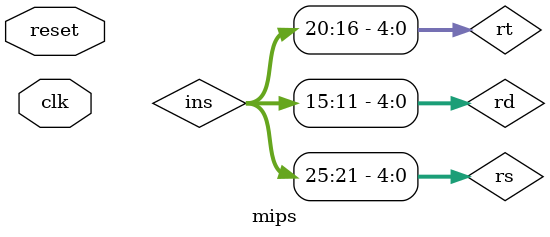
<source format=v>
module mips(clk,reset);
  input clk,reset;
  wire regdst,memwr,memtoreg,alusrc,extop,regwr;
  wire [1:0] npc_sel;
  wire [1:0]aluctr; 
  
  wire [31:0] reg_a;
  wire [31:0] ext_a;
  wire [31:0] alu_val;
  wire [31:0] dm_val;
  wire zero;
  wire [31:0] ins;
  wire [31:0]busa,busb,memtoregout;
  wire [4:0]rd;
  wire [4:0]rs,rt,rw;
  wire [15:0] imm;
  
  
  assign busb=(alusrc==1)?ext_a:reg_a;
  assign memtoregout=(memtoreg==1)?dm_val:alu_val;
  assign imm=(aluctr==2'b10)?ins[15:0]:
             (aluctr==2'b11)?ins[15:0]:
              aluctr;
  assign rs=ins[25:21];
  assign rt=ins[20:16];
  assign rd=ins[15:11];
  assign rw=(regdst==1)?rd:rt;

  
  RegFile regfile(clk,reset,memtoregout,regwr,rw,rs,rt,busa,reg_a,jal_ins,npc_sel);
  ALU alu(busa,busb,aluctr,alu_val,zero);
  Extender extender(imm,ext_a,extop);
  dm datamem(reg_a,clk,dm_val,memwr,alu_val[11:2],memtoreg);
  ifu iiffuu(imm,clk,reset,ins,npc_sel,zero,jal_ins);
  ctr control(ins[31:26],ins[5:0],npc_sel,regwr,regdst,extop,aluctr,memwr,memtoreg,alusrc);
  
endmodule
  

</source>
